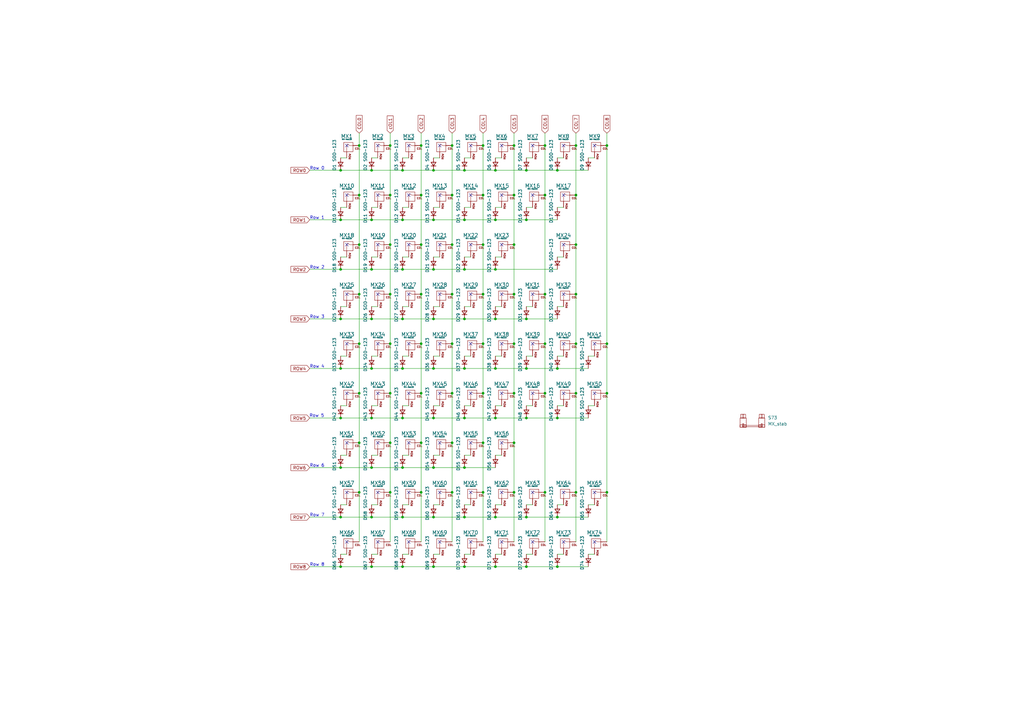
<source format=kicad_sch>
(kicad_sch (version 20211123) (generator eeschema)
  (paper "A3")
  (junction (at 139.7 212.09))
  (junction (at 228.6 151.13))
  (junction (at 236.22 100.33))
  (junction (at 215.9 171.45))
  (junction (at 165.1 130.81))
  (junction (at 198.12 120.65))
  (junction (at 177.8 69.85))
  (junction (at 139.7 151.13))
  (junction (at 152.4 191.77))
  (junction (at 236.22 120.65))
  (junction (at 223.52 140.97))
  (junction (at 185.42 59.69))
  (junction (at 185.42 201.93))
  (junction (at 203.2 212.09))
  (junction (at 223.52 59.69))
  (junction (at 215.9 130.81))
  (junction (at 203.2 90.17))
  (junction (at 198.12 80.01))
  (junction (at 223.52 161.29))
  (junction (at 198.12 100.33))
  (junction (at 147.32 181.61))
  (junction (at 165.1 90.17))
  (junction (at 198.12 59.69))
  (junction (at 147.32 201.93))
  (junction (at 228.6 171.45))
  (junction (at 152.4 69.85))
  (junction (at 248.92 59.69))
  (junction (at 139.7 110.49))
  (junction (at 165.1 232.41))
  (junction (at 165.1 151.13))
  (junction (at 165.1 110.49))
  (junction (at 203.2 130.81))
  (junction (at 172.72 59.69))
  (junction (at 152.4 151.13))
  (junction (at 165.1 191.77))
  (junction (at 139.7 69.85))
  (junction (at 160.02 140.97))
  (junction (at 160.02 201.93))
  (junction (at 160.02 100.33))
  (junction (at 139.7 232.41))
  (junction (at 203.2 171.45))
  (junction (at 236.22 161.29))
  (junction (at 172.72 100.33))
  (junction (at 172.72 181.61))
  (junction (at 215.9 232.41))
  (junction (at 210.82 120.65))
  (junction (at 172.72 120.65))
  (junction (at 160.02 181.61))
  (junction (at 190.5 191.77))
  (junction (at 236.22 80.01))
  (junction (at 210.82 161.29))
  (junction (at 190.5 69.85))
  (junction (at 177.8 110.49))
  (junction (at 190.5 232.41))
  (junction (at 210.82 59.69))
  (junction (at 185.42 161.29))
  (junction (at 203.2 151.13))
  (junction (at 139.7 191.77))
  (junction (at 172.72 80.01))
  (junction (at 248.92 140.97))
  (junction (at 160.02 59.69))
  (junction (at 152.4 110.49))
  (junction (at 203.2 232.41))
  (junction (at 165.1 212.09))
  (junction (at 210.82 140.97))
  (junction (at 139.7 90.17))
  (junction (at 198.12 181.61))
  (junction (at 177.8 191.77))
  (junction (at 198.12 140.97))
  (junction (at 139.7 130.81))
  (junction (at 203.2 110.49))
  (junction (at 215.9 69.85))
  (junction (at 190.5 151.13))
  (junction (at 210.82 201.93))
  (junction (at 165.1 171.45))
  (junction (at 152.4 130.81))
  (junction (at 165.1 69.85))
  (junction (at 177.8 232.41))
  (junction (at 147.32 161.29))
  (junction (at 203.2 69.85))
  (junction (at 139.7 171.45))
  (junction (at 147.32 120.65))
  (junction (at 160.02 161.29))
  (junction (at 236.22 140.97))
  (junction (at 152.4 90.17))
  (junction (at 228.6 232.41))
  (junction (at 185.42 120.65))
  (junction (at 210.82 181.61))
  (junction (at 177.8 130.81))
  (junction (at 147.32 80.01))
  (junction (at 223.52 201.93))
  (junction (at 147.32 59.69))
  (junction (at 236.22 59.69))
  (junction (at 160.02 120.65))
  (junction (at 198.12 161.29))
  (junction (at 215.9 90.17))
  (junction (at 198.12 201.93))
  (junction (at 152.4 171.45))
  (junction (at 177.8 212.09))
  (junction (at 248.92 201.93))
  (junction (at 147.32 100.33))
  (junction (at 185.42 80.01))
  (junction (at 172.72 201.93))
  (junction (at 177.8 90.17))
  (junction (at 210.82 80.01))
  (junction (at 190.5 130.81))
  (junction (at 228.6 69.85))
  (junction (at 147.32 140.97))
  (junction (at 172.72 140.97))
  (junction (at 228.6 212.09))
  (junction (at 223.52 120.65))
  (junction (at 248.92 161.29))
  (junction (at 185.42 140.97))
  (junction (at 185.42 100.33))
  (junction (at 152.4 212.09))
  (junction (at 190.5 110.49))
  (junction (at 190.5 90.17))
  (junction (at 177.8 171.45))
  (junction (at 215.9 212.09))
  (junction (at 152.4 232.41))
  (junction (at 215.9 151.13))
  (junction (at 236.22 201.93))
  (junction (at 223.52 80.01))
  (junction (at 172.72 161.29))
  (junction (at 160.02 80.01))
  (junction (at 185.42 181.61))
  (junction (at 210.82 100.33))
  (junction (at 190.5 212.09))
  (junction (at 177.8 151.13))
  (junction (at 190.5 171.45))
  (no_connect (at 205.74 80.01))
  (no_connect (at 243.84 140.97))
  (no_connect (at 167.64 201.93))
  (no_connect (at 154.94 100.33))
  (no_connect (at 167.64 222.25))
  (no_connect (at 231.14 120.65))
  (no_connect (at 231.14 59.69))
  (no_connect (at 167.64 140.97))
  (no_connect (at 180.34 181.61))
  (no_connect (at 180.34 80.01))
  (no_connect (at 142.24 120.65))
  (no_connect (at 193.04 59.69))
  (no_connect (at 231.14 201.93))
  (no_connect (at 231.14 80.01))
  (no_connect (at 167.64 120.65))
  (no_connect (at 205.74 222.25))
  (no_connect (at 205.74 59.69))
  (no_connect (at 180.34 120.65))
  (no_connect (at 243.84 222.25))
  (no_connect (at 205.74 140.97))
  (no_connect (at 154.94 80.01))
  (no_connect (at 193.04 201.93))
  (no_connect (at 218.44 222.25))
  (no_connect (at 180.34 100.33))
  (no_connect (at 180.34 59.69))
  (no_connect (at 167.64 80.01))
  (no_connect (at 218.44 59.69))
  (no_connect (at 154.94 201.93))
  (no_connect (at 154.94 59.69))
  (no_connect (at 231.14 100.33))
  (no_connect (at 180.34 161.29))
  (no_connect (at 167.64 100.33))
  (no_connect (at 231.14 140.97))
  (no_connect (at 142.24 80.01))
  (no_connect (at 193.04 161.29))
  (no_connect (at 180.34 201.93))
  (no_connect (at 142.24 59.69))
  (no_connect (at 205.74 161.29))
  (no_connect (at 218.44 80.01))
  (no_connect (at 205.74 181.61))
  (no_connect (at 193.04 100.33))
  (no_connect (at 180.34 140.97))
  (no_connect (at 167.64 181.61))
  (no_connect (at 193.04 80.01))
  (no_connect (at 142.24 140.97))
  (no_connect (at 218.44 120.65))
  (no_connect (at 193.04 140.97))
  (no_connect (at 243.84 161.29))
  (no_connect (at 154.94 222.25))
  (no_connect (at 142.24 161.29))
  (no_connect (at 154.94 181.61))
  (no_connect (at 142.24 201.93))
  (no_connect (at 205.74 120.65))
  (no_connect (at 167.64 59.69))
  (no_connect (at 231.14 222.25))
  (no_connect (at 142.24 100.33))
  (no_connect (at 142.24 222.25))
  (no_connect (at 154.94 140.97))
  (no_connect (at 218.44 161.29))
  (no_connect (at 193.04 222.25))
  (no_connect (at 231.14 161.29))
  (no_connect (at 142.24 181.61))
  (no_connect (at 205.74 100.33))
  (no_connect (at 218.44 201.93))
  (no_connect (at 167.64 161.29))
  (no_connect (at 205.74 201.93))
  (no_connect (at 193.04 181.61))
  (no_connect (at 243.84 59.69))
  (no_connect (at 180.34 222.25))
  (no_connect (at 193.04 120.65))
  (no_connect (at 154.94 161.29))
  (no_connect (at 243.84 201.93))
  (no_connect (at 218.44 140.97))
  (no_connect (at 154.94 120.65))
  (wire (pts (xy 139.7 90.17) (xy 152.4 90.17)))
  (wire (pts (xy 139.7 151.13) (xy 152.4 151.13)))
  (wire (pts (xy 236.22 100.33) (xy 236.22 120.65)))
  (wire (pts (xy 203.2 125.73) (xy 205.74 125.73)))
  (wire (pts (xy 152.4 125.73) (xy 154.94 125.73)))
  (wire (pts (xy 215.9 227.33) (xy 218.44 227.33)))
  (wire (pts (xy 248.92 161.29) (xy 248.92 201.93)))
  (wire (pts (xy 223.52 120.65) (xy 223.52 140.97)))
  (wire (pts (xy 177.8 110.49) (xy 190.5 110.49)))
  (wire (pts (xy 228.6 166.37) (xy 231.14 166.37)))
  (wire (pts (xy 228.6 227.33) (xy 231.14 227.33)))
  (wire (pts (xy 152.4 90.17) (xy 165.1 90.17)))
  (wire (pts (xy 215.9 232.41) (xy 228.6 232.41)))
  (wire (pts (xy 215.9 85.09) (xy 218.44 85.09)))
  (wire (pts (xy 190.5 125.73) (xy 193.04 125.73)))
  (wire (pts (xy 223.52 161.29) (xy 223.52 201.93)))
  (wire (pts (xy 198.12 54.61) (xy 198.12 59.69)))
  (wire (pts (xy 172.72 201.93) (xy 172.72 222.25)))
  (wire (pts (xy 248.92 54.61) (xy 248.92 59.69)))
  (wire (pts (xy 139.7 130.81) (xy 152.4 130.81)))
  (wire (pts (xy 127 171.45) (xy 139.7 171.45)))
  (wire (pts (xy 190.5 69.85) (xy 203.2 69.85)))
  (wire (pts (xy 165.1 186.69) (xy 167.64 186.69)))
  (wire (pts (xy 165.1 171.45) (xy 177.8 171.45)))
  (wire (pts (xy 190.5 191.77) (xy 203.2 191.77)))
  (wire (pts (xy 236.22 120.65) (xy 236.22 140.97)))
  (wire (pts (xy 177.8 186.69) (xy 180.34 186.69)))
  (wire (pts (xy 152.4 105.41) (xy 154.94 105.41)))
  (wire (pts (xy 203.2 64.77) (xy 205.74 64.77)))
  (wire (pts (xy 236.22 201.93) (xy 236.22 222.25)))
  (wire (pts (xy 165.1 64.77) (xy 167.64 64.77)))
  (wire (pts (xy 190.5 85.09) (xy 193.04 85.09)))
  (wire (pts (xy 203.2 90.17) (xy 215.9 90.17)))
  (wire (pts (xy 147.32 54.61) (xy 147.32 59.69)))
  (wire (pts (xy 190.5 171.45) (xy 203.2 171.45)))
  (wire (pts (xy 228.6 232.41) (xy 241.3 232.41)))
  (wire (pts (xy 152.4 85.09) (xy 154.94 85.09)))
  (wire (pts (xy 190.5 166.37) (xy 193.04 166.37)))
  (wire (pts (xy 198.12 140.97) (xy 198.12 161.29)))
  (wire (pts (xy 139.7 85.09) (xy 142.24 85.09)))
  (wire (pts (xy 210.82 161.29) (xy 210.82 181.61)))
  (wire (pts (xy 203.2 186.69) (xy 205.74 186.69)))
  (wire (pts (xy 147.32 201.93) (xy 147.32 222.25)))
  (wire (pts (xy 228.6 69.85) (xy 241.3 69.85)))
  (wire (pts (xy 215.9 125.73) (xy 218.44 125.73)))
  (wire (pts (xy 215.9 90.17) (xy 228.6 90.17)))
  (wire (pts (xy 185.42 140.97) (xy 185.42 161.29)))
  (wire (pts (xy 228.6 207.01) (xy 231.14 207.01)))
  (wire (pts (xy 236.22 54.61) (xy 236.22 59.69)))
  (wire (pts (xy 139.7 212.09) (xy 152.4 212.09)))
  (wire (pts (xy 160.02 140.97) (xy 160.02 161.29)))
  (wire (pts (xy 190.5 130.81) (xy 203.2 130.81)))
  (wire (pts (xy 177.8 146.05) (xy 180.34 146.05)))
  (wire (pts (xy 139.7 191.77) (xy 152.4 191.77)))
  (wire (pts (xy 190.5 110.49) (xy 203.2 110.49)))
  (wire (pts (xy 152.4 130.81) (xy 165.1 130.81)))
  (wire (pts (xy 152.4 212.09) (xy 165.1 212.09)))
  (wire (pts (xy 165.1 207.01) (xy 167.64 207.01)))
  (wire (pts (xy 160.02 161.29) (xy 160.02 181.61)))
  (wire (pts (xy 160.02 100.33) (xy 160.02 120.65)))
  (wire (pts (xy 127 151.13) (xy 139.7 151.13)))
  (wire (pts (xy 177.8 227.33) (xy 180.34 227.33)))
  (wire (pts (xy 190.5 232.41) (xy 203.2 232.41)))
  (wire (pts (xy 223.52 201.93) (xy 223.52 222.25)))
  (wire (pts (xy 203.2 207.01) (xy 205.74 207.01)))
  (wire (pts (xy 215.9 146.05) (xy 218.44 146.05)))
  (wire (pts (xy 248.92 59.69) (xy 248.92 140.97)))
  (wire (pts (xy 139.7 110.49) (xy 152.4 110.49)))
  (wire (pts (xy 160.02 59.69) (xy 160.02 80.01)))
  (wire (pts (xy 241.3 166.37) (xy 243.84 166.37)))
  (wire (pts (xy 152.4 146.05) (xy 154.94 146.05)))
  (wire (pts (xy 177.8 90.17) (xy 190.5 90.17)))
  (wire (pts (xy 210.82 100.33) (xy 210.82 120.65)))
  (wire (pts (xy 152.4 110.49) (xy 165.1 110.49)))
  (wire (pts (xy 165.1 69.85) (xy 177.8 69.85)))
  (wire (pts (xy 203.2 227.33) (xy 205.74 227.33)))
  (wire (pts (xy 215.9 166.37) (xy 218.44 166.37)))
  (wire (pts (xy 139.7 125.73) (xy 142.24 125.73)))
  (wire (pts (xy 223.52 80.01) (xy 223.52 120.65)))
  (wire (pts (xy 147.32 59.69) (xy 147.32 80.01)))
  (wire (pts (xy 177.8 125.73) (xy 180.34 125.73)))
  (wire (pts (xy 152.4 166.37) (xy 154.94 166.37)))
  (wire (pts (xy 198.12 201.93) (xy 198.12 222.25)))
  (wire (pts (xy 177.8 105.41) (xy 180.34 105.41)))
  (wire (pts (xy 172.72 181.61) (xy 172.72 201.93)))
  (wire (pts (xy 127 212.09) (xy 139.7 212.09)))
  (wire (pts (xy 152.4 186.69) (xy 154.94 186.69)))
  (wire (pts (xy 185.42 54.61) (xy 185.42 59.69)))
  (wire (pts (xy 165.1 130.81) (xy 177.8 130.81)))
  (wire (pts (xy 190.5 90.17) (xy 203.2 90.17)))
  (wire (pts (xy 147.32 80.01) (xy 147.32 100.33)))
  (wire (pts (xy 172.72 120.65) (xy 172.72 140.97)))
  (wire (pts (xy 139.7 227.33) (xy 142.24 227.33)))
  (wire (pts (xy 203.2 110.49) (xy 228.6 110.49)))
  (wire (pts (xy 172.72 54.61) (xy 172.72 59.69)))
  (wire (pts (xy 198.12 161.29) (xy 198.12 181.61)))
  (wire (pts (xy 127 130.81) (xy 139.7 130.81)))
  (wire (pts (xy 152.4 171.45) (xy 165.1 171.45)))
  (wire (pts (xy 127 69.85) (xy 139.7 69.85)))
  (wire (pts (xy 165.1 227.33) (xy 167.64 227.33)))
  (wire (pts (xy 185.42 161.29) (xy 185.42 181.61)))
  (wire (pts (xy 160.02 80.01) (xy 160.02 100.33)))
  (wire (pts (xy 127 110.49) (xy 139.7 110.49)))
  (wire (pts (xy 172.72 80.01) (xy 172.72 100.33)))
  (wire (pts (xy 127 90.17) (xy 139.7 90.17)))
  (wire (pts (xy 139.7 166.37) (xy 142.24 166.37)))
  (wire (pts (xy 190.5 207.01) (xy 193.04 207.01)))
  (wire (pts (xy 139.7 232.41) (xy 152.4 232.41)))
  (wire (pts (xy 165.1 166.37) (xy 167.64 166.37)))
  (wire (pts (xy 203.2 105.41) (xy 205.74 105.41)))
  (wire (pts (xy 147.32 120.65) (xy 147.32 140.97)))
  (wire (pts (xy 241.3 146.05) (xy 243.84 146.05)))
  (wire (pts (xy 210.82 181.61) (xy 210.82 201.93)))
  (wire (pts (xy 165.1 191.77) (xy 177.8 191.77)))
  (wire (pts (xy 215.9 171.45) (xy 228.6 171.45)))
  (wire (pts (xy 190.5 186.69) (xy 193.04 186.69)))
  (wire (pts (xy 236.22 161.29) (xy 236.22 201.93)))
  (wire (pts (xy 190.5 146.05) (xy 193.04 146.05)))
  (wire (pts (xy 248.92 140.97) (xy 248.92 161.29)))
  (wire (pts (xy 165.1 85.09) (xy 167.64 85.09)))
  (wire (pts (xy 203.2 212.09) (xy 215.9 212.09)))
  (wire (pts (xy 139.7 171.45) (xy 152.4 171.45)))
  (wire (pts (xy 185.42 120.65) (xy 185.42 140.97)))
  (wire (pts (xy 127 191.77) (xy 139.7 191.77)))
  (wire (pts (xy 165.1 212.09) (xy 177.8 212.09)))
  (wire (pts (xy 228.6 171.45) (xy 241.3 171.45)))
  (wire (pts (xy 203.2 85.09) (xy 205.74 85.09)))
  (wire (pts (xy 185.42 181.61) (xy 185.42 201.93)))
  (wire (pts (xy 177.8 166.37) (xy 180.34 166.37)))
  (wire (pts (xy 152.4 64.77) (xy 154.94 64.77)))
  (wire (pts (xy 139.7 186.69) (xy 142.24 186.69)))
  (wire (pts (xy 198.12 120.65) (xy 198.12 140.97)))
  (wire (pts (xy 198.12 59.69) (xy 198.12 80.01)))
  (wire (pts (xy 147.32 181.61) (xy 147.32 201.93)))
  (wire (pts (xy 215.9 130.81) (xy 228.6 130.81)))
  (wire (pts (xy 127 232.41) (xy 139.7 232.41)))
  (wire (pts (xy 190.5 105.41) (xy 193.04 105.41)))
  (wire (pts (xy 177.8 64.77) (xy 180.34 64.77)))
  (wire (pts (xy 177.8 85.09) (xy 180.34 85.09)))
  (wire (pts (xy 203.2 69.85) (xy 215.9 69.85)))
  (wire (pts (xy 203.2 146.05) (xy 205.74 146.05)))
  (wire (pts (xy 160.02 54.61) (xy 160.02 59.69)))
  (wire (pts (xy 198.12 100.33) (xy 198.12 120.65)))
  (wire (pts (xy 248.92 201.93) (xy 248.92 222.25)))
  (wire (pts (xy 203.2 130.81) (xy 215.9 130.81)))
  (wire (pts (xy 236.22 80.01) (xy 236.22 100.33)))
  (wire (pts (xy 160.02 120.65) (xy 160.02 140.97)))
  (wire (pts (xy 152.4 69.85) (xy 165.1 69.85)))
  (wire (pts (xy 228.6 64.77) (xy 231.14 64.77)))
  (wire (pts (xy 185.42 59.69) (xy 185.42 80.01)))
  (wire (pts (xy 228.6 125.73) (xy 231.14 125.73)))
  (wire (pts (xy 203.2 171.45) (xy 215.9 171.45)))
  (wire (pts (xy 160.02 181.61) (xy 160.02 201.93)))
  (wire (pts (xy 190.5 227.33) (xy 193.04 227.33)))
  (wire (pts (xy 172.72 161.29) (xy 172.72 181.61)))
  (wire (pts (xy 139.7 207.01) (xy 142.24 207.01)))
  (wire (pts (xy 210.82 54.61) (xy 210.82 59.69)))
  (wire (pts (xy 160.02 201.93) (xy 160.02 222.25)))
  (wire (pts (xy 215.9 69.85) (xy 228.6 69.85)))
  (wire (pts (xy 165.1 90.17) (xy 177.8 90.17)))
  (wire (pts (xy 165.1 105.41) (xy 167.64 105.41)))
  (wire (pts (xy 210.82 80.01) (xy 210.82 100.33)))
  (wire (pts (xy 190.5 64.77) (xy 193.04 64.77)))
  (wire (pts (xy 177.8 191.77) (xy 190.5 191.77)))
  (wire (pts (xy 203.2 166.37) (xy 205.74 166.37)))
  (wire (pts (xy 185.42 201.93) (xy 185.42 222.25)))
  (wire (pts (xy 210.82 140.97) (xy 210.82 161.29)))
  (wire (pts (xy 210.82 120.65) (xy 210.82 140.97)))
  (wire (pts (xy 165.1 146.05) (xy 167.64 146.05)))
  (wire (pts (xy 152.4 227.33) (xy 154.94 227.33)))
  (wire (pts (xy 210.82 201.93) (xy 210.82 222.25)))
  (wire (pts (xy 190.5 151.13) (xy 203.2 151.13)))
  (wire (pts (xy 177.8 130.81) (xy 190.5 130.81)))
  (wire (pts (xy 139.7 64.77) (xy 142.24 64.77)))
  (wire (pts (xy 152.4 207.01) (xy 154.94 207.01)))
  (wire (pts (xy 228.6 212.09) (xy 241.3 212.09)))
  (wire (pts (xy 139.7 69.85) (xy 152.4 69.85)))
  (wire (pts (xy 236.22 59.69) (xy 236.22 80.01)))
  (wire (pts (xy 165.1 110.49) (xy 177.8 110.49)))
  (wire (pts (xy 228.6 151.13) (xy 241.3 151.13)))
  (wire (pts (xy 165.1 232.41) (xy 177.8 232.41)))
  (wire (pts (xy 215.9 207.01) (xy 218.44 207.01)))
  (wire (pts (xy 165.1 151.13) (xy 177.8 151.13)))
  (wire (pts (xy 198.12 181.61) (xy 198.12 201.93)))
  (wire (pts (xy 215.9 212.09) (xy 228.6 212.09)))
  (wire (pts (xy 241.3 227.33) (xy 243.84 227.33)))
  (wire (pts (xy 198.12 80.01) (xy 198.12 100.33)))
  (wire (pts (xy 228.6 105.41) (xy 231.14 105.41)))
  (wire (pts (xy 147.32 161.29) (xy 147.32 181.61)))
  (wire (pts (xy 177.8 171.45) (xy 190.5 171.45)))
  (wire (pts (xy 223.52 59.69) (xy 223.52 80.01)))
  (wire (pts (xy 185.42 100.33) (xy 185.42 120.65)))
  (wire (pts (xy 228.6 85.09) (xy 231.14 85.09)))
  (wire (pts (xy 147.32 140.97) (xy 147.32 161.29)))
  (wire (pts (xy 185.42 80.01) (xy 185.42 100.33)))
  (wire (pts (xy 152.4 191.77) (xy 165.1 191.77)))
  (wire (pts (xy 215.9 151.13) (xy 228.6 151.13)))
  (wire (pts (xy 177.8 69.85) (xy 190.5 69.85)))
  (wire (pts (xy 139.7 105.41) (xy 142.24 105.41)))
  (wire (pts (xy 228.6 146.05) (xy 231.14 146.05)))
  (wire (pts (xy 236.22 140.97) (xy 236.22 161.29)))
  (wire (pts (xy 172.72 100.33) (xy 172.72 120.65)))
  (wire (pts (xy 190.5 212.09) (xy 203.2 212.09)))
  (wire (pts (xy 223.52 140.97) (xy 223.52 161.29)))
  (wire (pts (xy 165.1 125.73) (xy 167.64 125.73)))
  (wire (pts (xy 241.3 64.77) (xy 243.84 64.77)))
  (wire (pts (xy 177.8 232.41) (xy 190.5 232.41)))
  (wire (pts (xy 139.7 146.05) (xy 142.24 146.05)))
  (wire (pts (xy 203.2 151.13) (xy 215.9 151.13)))
  (wire (pts (xy 210.82 59.69) (xy 210.82 80.01)))
  (wire (pts (xy 177.8 151.13) (xy 190.5 151.13)))
  (wire (pts (xy 223.52 54.61) (xy 223.52 59.69)))
  (wire (pts (xy 152.4 151.13) (xy 165.1 151.13)))
  (wire (pts (xy 147.32 100.33) (xy 147.32 120.65)))
  (wire (pts (xy 203.2 232.41) (xy 215.9 232.41)))
  (wire (pts (xy 172.72 59.69) (xy 172.72 80.01)))
  (wire (pts (xy 177.8 212.09) (xy 190.5 212.09)))
  (wire (pts (xy 177.8 207.01) (xy 180.34 207.01)))
  (wire (pts (xy 241.3 207.01) (xy 243.84 207.01)))
  (wire (pts (xy 152.4 232.41) (xy 165.1 232.41)))
  (wire (pts (xy 215.9 64.77) (xy 218.44 64.77)))
  (wire (pts (xy 172.72 140.97) (xy 172.72 161.29)))
  (text "Row 8\n" (at 127 232.41 0) (effects (font (size 1.27 1.27)) (justify left bottom)))
  (text "Row 3\n" (at 127 130.81 0) (effects (font (size 1.27 1.27)) (justify left bottom)))
  (text "Row 4\n" (at 127 151.13 0) (effects (font (size 1.27 1.27)) (justify left bottom)))
  (text "Row 7\n" (at 127 212.09 0) (effects (font (size 1.27 1.27)) (justify left bottom)))
  (text "Row 5\n" (at 126.8662 171.3333 0) (effects (font (size 1.27 1.27)) (justify left bottom)))
  (text "Row 6\n" (at 127 191.77 0) (effects (font (size 1.27 1.27)) (justify left bottom)))
  (text "Row 1\n" (at 127 90.17 0) (effects (font (size 1.27 1.27)) (justify left bottom)))
  (text "Row 2\n" (at 127 110.49 0) (effects (font (size 1.27 1.27)) (justify left bottom)))
  (text "Row 0\n" (at 127 69.85 0) (effects (font (size 1.27 1.27)) (justify left bottom)))
  (global_label "ROW5" (shape input) (at 127 171.45 180) (property "Intersheet References" "${INTERSHEET_REFS}" (effects hide)))
  (global_label "COL3" (shape input) (at 185.42 54.61 90) (property "Intersheet References" "${INTERSHEET_REFS}" (effects hide)))
  (global_label "ROW1" (shape input) (at 127 90.17 180) (property "Intersheet References" "${INTERSHEET_REFS}" (effects hide)))
  (global_label "cOL1" (shape input) (at 160.02 54.61 90) (property "Intersheet References" "${INTERSHEET_REFS}" (effects hide)))
  (global_label "COL5" (shape input) (at 210.82 54.61 90) (property "Intersheet References" "${INTERSHEET_REFS}" (effects hide)))
  (global_label "ROW6" (shape input) (at 127 191.77 180) (property "Intersheet References" "${INTERSHEET_REFS}" (effects hide)))
  (global_label "ROW0" (shape input) (at 127 69.85 180) (property "Intersheet References" "${INTERSHEET_REFS}" (effects hide)))
  (global_label "COL2" (shape input) (at 172.72 54.61 90) (property "Intersheet References" "${INTERSHEET_REFS}" (effects hide)))
  (global_label "ROW2" (shape input) (at 127 110.49 180) (property "Intersheet References" "${INTERSHEET_REFS}" (effects hide)))
  (global_label "COL0" (shape input) (at 147.32 54.61 90) (property "Intersheet References" "${INTERSHEET_REFS}" (effects hide)))
  (global_label "COL8" (shape input) (at 248.92 54.61 90) (property "Intersheet References" "${INTERSHEET_REFS}" (effects hide)))
  (global_label "COL7" (shape input) (at 236.22 54.61 90) (property "Intersheet References" "${INTERSHEET_REFS}" (effects hide)))
  (global_label "ROW7" (shape input) (at 127 212.09 180) (property "Intersheet References" "${INTERSHEET_REFS}" (effects hide)))
  (global_label "ROW3" (shape input) (at 127 130.81 180) (property "Intersheet References" "${INTERSHEET_REFS}" (effects hide)))
  (global_label "ROW4" (shape input) (at 127 151.13 180) (property "Intersheet References" "${INTERSHEET_REFS}" (effects hide)))
  (global_label "COL6" (shape input) (at 223.52 54.61 90) (property "Intersheet References" "${INTERSHEET_REFS}" (effects hide)))
  (global_label "ROW8" (shape input) (at 127 232.41 180) (property "Intersheet References" "${INTERSHEET_REFS}" (effects hide)))
  (global_label "COL4" (shape input) (at 198.12 54.61 90) (property "Intersheet References" "${INTERSHEET_REFS}" (effects hide)))
  (symbol (lib_id "marbastlib-mx:MX_stab") (at 308.61 172.72 0) (unit 1)
    (property "Reference" "S73" (at 314.96 171.3229 0) (effects (justify left)))
    (property "Value" "MX_stab" (at 314.96 173.8629 0) (effects (justify left)))
    (property "Footprint" "marbastlib-mx:STAB_MX_2u" (effects hide))
  )
  (symbol (lib_id "Device:D_Small") (at 190.5 128.27 90) (unit 1)
    (property "Reference" "D29" (at 187.96 128.27 0) (effects (justify right)))
    (property "Value" "SOD-123" (at 187.96 118.11 0) (effects (justify right)))
    (property "Footprint" "Diode_SMD:D_SOD-123" (effects hide))
  )
  (symbol (lib_id "Device:D_Small") (at 152.4 128.27 90) (unit 1)
    (property "Reference" "D26" (at 149.86 128.27 0) (effects (justify right)))
    (property "Value" "SOD-123" (at 149.86 118.11 0) (effects (justify right)))
    (property "Footprint" "Diode_SMD:D_SOD-123" (effects hide))
  )
  (symbol (lib_id "MX_Alps_Hybrid:MX-NoLED") (at 245.11 142.24 0) (unit 1)
    (property "Reference" "MX41" (at 243.84 137.16 0) (effects (font (size 1.524 1.524))))
    (property "Value" "MX-NoLED" (at 243.84 138.43 0) (effects (font (size 0.508 0.508))))
    (property "Footprint" "marbastlib-mx:SW_MX_HS_1u" (effects hide))
  )
  (symbol (lib_id "Device:D_Small") (at 152.4 229.87 90) (unit 1)
    (property "Reference" "D67" (at 149.86 229.87 0) (effects (justify right)))
    (property "Value" "SOD-123" (at 149.86 219.71 0) (effects (justify right)))
    (property "Footprint" "Diode_SMD:D_SOD-123" (effects hide))
  )
  (symbol (lib_id "MX_Alps_Hybrid:MX-NoLED") (at 219.71 60.96 0) (unit 1)
    (property "Reference" "MX7" (at 218.44 55.88 0) (effects (font (size 1.524 1.524))))
    (property "Value" "MX-NoLED" (at 218.44 57.15 0) (effects (font (size 0.508 0.508))))
    (property "Footprint" "marbastlib-mx:SW_MX_HS_1u" (effects hide))
  )
  (symbol (lib_id "Device:D_Small") (at 241.3 229.87 90) (unit 1)
    (property "Reference" "D74" (at 238.76 229.87 0) (effects (justify right)))
    (property "Value" "SOD-123" (at 238.76 219.71 0) (effects (justify right)))
    (property "Footprint" "Diode_SMD:D_SOD-123" (effects hide))
  )
  (symbol (lib_id "Device:D_Small") (at 177.8 229.87 90) (unit 1)
    (property "Reference" "D69" (at 175.26 229.87 0) (effects (justify right)))
    (property "Value" "SOD-123" (at 175.26 219.71 0) (effects (justify right)))
    (property "Footprint" "Diode_SMD:D_SOD-123" (effects hide))
  )
  (symbol (lib_id "MX_Alps_Hybrid:MX-NoLED") (at 143.51 121.92 0) (unit 1)
    (property "Reference" "MX25" (at 142.24 116.84 0) (effects (font (size 1.524 1.524))))
    (property "Value" "MX-NoLED" (at 142.24 118.11 0) (effects (font (size 0.508 0.508))))
    (property "Footprint" "marbastlib-mx:SW_MX_HS_1u" (effects hide))
  )
  (symbol (lib_id "Device:D_Small") (at 165.1 128.27 90) (unit 1)
    (property "Reference" "D27" (at 162.56 128.27 0) (effects (justify right)))
    (property "Value" "SOD-123" (at 162.56 118.11 0) (effects (justify right)))
    (property "Footprint" "Diode_SMD:D_SOD-123" (effects hide))
  )
  (symbol (lib_id "Device:D_Small") (at 241.3 148.59 90) (unit 1)
    (property "Reference" "D41" (at 238.76 148.59 0) (effects (justify right)))
    (property "Value" "SOD-123" (at 238.76 138.43 0) (effects (justify right)))
    (property "Footprint" "Diode_SMD:D_SOD-123" (effects hide))
  )
  (symbol (lib_id "MX_Alps_Hybrid:MX-NoLED") (at 181.61 101.6 0) (unit 1)
    (property "Reference" "MX21" (at 180.34 96.52 0) (effects (font (size 1.524 1.524))))
    (property "Value" "MX-NoLED" (at 180.34 97.79 0) (effects (font (size 0.508 0.508))))
    (property "Footprint" "marbastlib-mx:SW_MX_HS_1u" (effects hide))
  )
  (symbol (lib_id "Device:D_Small") (at 190.5 87.63 90) (unit 1)
    (property "Reference" "D14" (at 187.96 87.63 0) (effects (justify right)))
    (property "Value" "SOD-123" (at 187.96 77.47 0) (effects (justify right)))
    (property "Footprint" "Diode_SMD:D_SOD-123" (effects hide))
  )
  (symbol (lib_id "Device:D_Small") (at 165.1 148.59 90) (unit 1)
    (property "Reference" "D35" (at 162.56 148.59 0) (effects (justify right)))
    (property "Value" "SOD-123" (at 162.56 138.43 0) (effects (justify right)))
    (property "Footprint" "Diode_SMD:D_SOD-123" (effects hide))
  )
  (symbol (lib_id "Device:D_Small") (at 165.1 229.87 90) (unit 1)
    (property "Reference" "D68" (at 162.56 229.87 0) (effects (justify right)))
    (property "Value" "SOD-123" (at 162.56 219.71 0) (effects (justify right)))
    (property "Footprint" "Diode_SMD:D_SOD-123" (effects hide))
  )
  (symbol (lib_id "Device:D_Small") (at 190.5 107.95 90) (unit 1)
    (property "Reference" "D22" (at 187.96 107.95 0) (effects (justify right)))
    (property "Value" "SOD-123" (at 187.96 97.79 0) (effects (justify right)))
    (property "Footprint" "Diode_SMD:D_SOD-123" (effects hide))
  )
  (symbol (lib_id "MX_Alps_Hybrid:MX-NoLED") (at 181.61 142.24 0) (unit 1)
    (property "Reference" "MX36" (at 180.34 137.16 0) (effects (font (size 1.524 1.524))))
    (property "Value" "MX-NoLED" (at 180.34 138.43 0) (effects (font (size 0.508 0.508))))
    (property "Footprint" "marbastlib-mx:SW_MX_HS_1u" (effects hide))
  )
  (symbol (lib_id "Device:D_Small") (at 152.4 67.31 90) (unit 1)
    (property "Reference" "D2" (at 149.86 67.31 0) (effects (justify right)))
    (property "Value" "SOD-123" (at 149.86 57.15 0) (effects (justify right)))
    (property "Footprint" "Diode_SMD:D_SOD-123" (effects hide))
  )
  (symbol (lib_id "MX_Alps_Hybrid:MX-NoLED") (at 194.31 223.52 0) (unit 1)
    (property "Reference" "MX70" (at 193.04 218.44 0) (effects (font (size 1.524 1.524))))
    (property "Value" "MX-NoLED" (at 193.04 219.71 0) (effects (font (size 0.508 0.508))))
    (property "Footprint" "marbastlib-mx:SW_MX_HS_1u" (effects hide))
  )
  (symbol (lib_id "Device:D_Small") (at 203.2 209.55 90) (unit 1)
    (property "Reference" "D62" (at 200.66 209.55 0) (effects (justify right)))
    (property "Value" "SOD-123" (at 200.66 199.39 0) (effects (justify right)))
    (property "Footprint" "Diode_SMD:D_SOD-123" (effects hide))
  )
  (symbol (lib_id "Device:D_Small") (at 203.2 107.95 90) (unit 1)
    (property "Reference" "D23" (at 200.66 107.95 0) (effects (justify right)))
    (property "Value" "SOD-123" (at 200.66 97.79 0) (effects (justify right)))
    (property "Footprint" "Diode_SMD:D_SOD-123" (effects hide))
  )
  (symbol (lib_id "Device:D_Small") (at 139.7 107.95 90) (unit 1)
    (property "Reference" "D18" (at 137.16 107.95 0) (effects (justify right)))
    (property "Value" "SOD-123" (at 137.16 97.79 0) (effects (justify right)))
    (property "Footprint" "Diode_SMD:D_SOD-123" (effects hide))
  )
  (symbol (lib_id "MX_Alps_Hybrid:MX-NoLED") (at 143.51 101.6 0) (unit 1)
    (property "Reference" "MX18" (at 142.24 96.52 0) (effects (font (size 1.524 1.524))))
    (property "Value" "MX-NoLED" (at 142.24 97.79 0) (effects (font (size 0.508 0.508))))
    (property "Footprint" "marbastlib-mx:SW_MX_HS_1u" (effects hide))
  )
  (symbol (lib_id "MX_Alps_Hybrid:MX-NoLED") (at 245.11 162.56 0) (unit 1)
    (property "Reference" "MX50" (at 243.84 157.48 0) (effects (font (size 1.524 1.524))))
    (property "Value" "MX-NoLED" (at 243.84 158.75 0) (effects (font (size 0.508 0.508))))
    (property "Footprint" "marbastlib-mx:SW_MX_HS_1u" (effects hide))
  )
  (symbol (lib_id "MX_Alps_Hybrid:MX-NoLED") (at 181.61 162.56 0) (unit 1)
    (property "Reference" "MX45" (at 180.34 157.48 0) (effects (font (size 1.524 1.524))))
    (property "Value" "MX-NoLED" (at 180.34 158.75 0) (effects (font (size 0.508 0.508))))
    (property "Footprint" "marbastlib-mx:SW_MX_HS_1u" (effects hide))
  )
  (symbol (lib_id "MX_Alps_Hybrid:MX-NoLED") (at 156.21 162.56 0) (unit 1)
    (property "Reference" "MX43" (at 154.94 157.48 0) (effects (font (size 1.524 1.524))))
    (property "Value" "MX-NoLED" (at 154.94 158.75 0) (effects (font (size 0.508 0.508))))
    (property "Footprint" "marbastlib-mx:SW_MX_HS_1u" (effects hide))
  )
  (symbol (lib_id "MX_Alps_Hybrid:MX-NoLED") (at 168.91 121.92 0) (unit 1)
    (property "Reference" "MX27" (at 167.64 116.84 0) (effects (font (size 1.524 1.524))))
    (property "Value" "MX-NoLED" (at 167.64 118.11 0) (effects (font (size 0.508 0.508))))
    (property "Footprint" "marbastlib-mx:SW_MX_HS_1u" (effects hide))
  )
  (symbol (lib_id "MX_Alps_Hybrid:MX-NoLED") (at 232.41 203.2 0) (unit 1)
    (property "Reference" "MX64" (at 231.14 198.12 0) (effects (font (size 1.524 1.524))))
    (property "Value" "MX-NoLED" (at 231.14 199.39 0) (effects (font (size 0.508 0.508))))
    (property "Footprint" "marbastlib-mx:SW_MX_HS_1u" (effects hide))
  )
  (symbol (lib_id "MX_Alps_Hybrid:MX-NoLED") (at 143.51 182.88 0) (unit 1)
    (property "Reference" "MX51" (at 142.24 177.8 0) (effects (font (size 1.524 1.524))))
    (property "Value" "MX-NoLED" (at 142.24 179.07 0) (effects (font (size 0.508 0.508))))
    (property "Footprint" "marbastlib-mx:SW_MX_HS_1u" (effects hide))
  )
  (symbol (lib_id "MX_Alps_Hybrid:MX-NoLED") (at 156.21 182.88 0) (unit 1)
    (property "Reference" "MX52" (at 154.94 177.8 0) (effects (font (size 1.524 1.524))))
    (property "Value" "MX-NoLED" (at 154.94 179.07 0) (effects (font (size 0.508 0.508))))
    (property "Footprint" "marbastlib-mx:SW_MX_HS_1u" (effects hide))
  )
  (symbol (lib_id "Device:D_Small") (at 203.2 67.31 90) (unit 1)
    (property "Reference" "D6" (at 200.66 67.31 0) (effects (justify right)))
    (property "Value" "SOD-123" (at 200.66 57.15 0) (effects (justify right)))
    (property "Footprint" "Diode_SMD:D_SOD-123" (effects hide))
  )
  (symbol (lib_id "Device:D_Small") (at 165.1 209.55 90) (unit 1)
    (property "Reference" "D59" (at 162.56 209.55 0) (effects (justify right)))
    (property "Value" "SOD-123" (at 162.56 199.39 0) (effects (justify right)))
    (property "Footprint" "Diode_SMD:D_SOD-123" (effects hide))
  )
  (symbol (lib_id "MX_Alps_Hybrid:MX-NoLED") (at 156.21 81.28 0) (unit 1)
    (property "Reference" "MX11" (at 154.94 76.2 0) (effects (font (size 1.524 1.524))))
    (property "Value" "MX-NoLED" (at 154.94 77.47 0) (effects (font (size 0.508 0.508))))
    (property "Footprint" "marbastlib-mx:SW_MX_HS_1u" (effects hide))
  )
  (symbol (lib_id "MX_Alps_Hybrid:MX-NoLED") (at 143.51 142.24 0) (unit 1)
    (property "Reference" "MX33" (at 142.24 137.16 0) (effects (font (size 1.524 1.524))))
    (property "Value" "MX-NoLED" (at 142.24 138.43 0) (effects (font (size 0.508 0.508))))
    (property "Footprint" "marbastlib-mx:SW_MX_HS_1u" (effects hide))
  )
  (symbol (lib_id "Device:D_Small") (at 177.8 67.31 90) (unit 1)
    (property "Reference" "D4" (at 175.26 67.31 0) (effects (justify right)))
    (property "Value" "SOD-123" (at 175.26 57.15 0) (effects (justify right)))
    (property "Footprint" "Diode_SMD:D_SOD-123" (effects hide))
  )
  (symbol (lib_id "MX_Alps_Hybrid:MX-NoLED") (at 219.71 142.24 0) (unit 1)
    (property "Reference" "MX39" (at 218.44 137.16 0) (effects (font (size 1.524 1.524))))
    (property "Value" "MX-NoLED" (at 218.44 138.43 0) (effects (font (size 0.508 0.508))))
    (property "Footprint" "marbastlib-mx:SW_MX_HS_1u" (effects hide))
  )
  (symbol (lib_id "Device:D_Small") (at 190.5 67.31 90) (unit 1)
    (property "Reference" "D5" (at 187.96 67.31 0) (effects (justify right)))
    (property "Value" "SOD-123" (at 187.96 57.15 0) (effects (justify right)))
    (property "Footprint" "Diode_SMD:D_SOD-123" (effects hide))
  )
  (symbol (lib_id "MX_Alps_Hybrid:MX-NoLED") (at 194.31 182.88 0) (unit 1)
    (property "Reference" "MX55" (at 193.04 177.8 0) (effects (font (size 1.524 1.524))))
    (property "Value" "MX-NoLED" (at 193.04 179.07 0) (effects (font (size 0.508 0.508))))
    (property "Footprint" "marbastlib-mx:SW_MX_HS_1u" (effects hide))
  )
  (symbol (lib_id "MX_Alps_Hybrid:MX-NoLED") (at 168.91 142.24 0) (unit 1)
    (property "Reference" "MX35" (at 167.64 137.16 0) (effects (font (size 1.524 1.524))))
    (property "Value" "MX-NoLED" (at 167.64 138.43 0) (effects (font (size 0.508 0.508))))
    (property "Footprint" "marbastlib-mx:SW_MX_HS_1u" (effects hide))
  )
  (symbol (lib_id "MX_Alps_Hybrid:MX-NoLED") (at 194.31 203.2 0) (unit 1)
    (property "Reference" "MX61" (at 193.04 198.12 0) (effects (font (size 1.524 1.524))))
    (property "Value" "MX-NoLED" (at 193.04 199.39 0) (effects (font (size 0.508 0.508))))
    (property "Footprint" "marbastlib-mx:SW_MX_HS_1u" (effects hide))
  )
  (symbol (lib_id "Device:D_Small") (at 215.9 87.63 90) (unit 1)
    (property "Reference" "D16" (at 213.36 87.63 0) (effects (justify right)))
    (property "Value" "SOD-123" (at 213.36 77.47 0) (effects (justify right)))
    (property "Footprint" "Diode_SMD:D_SOD-123" (effects hide))
  )
  (symbol (lib_id "MX_Alps_Hybrid:MX-NoLED") (at 219.71 223.52 0) (unit 1)
    (property "Reference" "MX72" (at 218.44 218.44 0) (effects (font (size 1.524 1.524))))
    (property "Value" "MX-NoLED" (at 218.44 219.71 0) (effects (font (size 0.508 0.508))))
    (property "Footprint" "marbastlib-mx:SW_MX_HS_1u" (effects hide))
  )
  (symbol (lib_id "MX_Alps_Hybrid:MX-NoLED") (at 219.71 162.56 0) (unit 1)
    (property "Reference" "MX48" (at 218.44 157.48 0) (effects (font (size 1.524 1.524))))
    (property "Value" "MX-NoLED" (at 218.44 158.75 0) (effects (font (size 0.508 0.508))))
    (property "Footprint" "marbastlib-mx:SW_MX_HS_1u" (effects hide))
  )
  (symbol (lib_id "Device:D_Small") (at 139.7 148.59 90) (unit 1)
    (property "Reference" "D33" (at 137.16 148.59 0) (effects (justify right)))
    (property "Value" "SOD-123" (at 137.16 138.43 0) (effects (justify right)))
    (property "Footprint" "Diode_SMD:D_SOD-123" (effects hide))
  )
  (symbol (lib_id "Device:D_Small") (at 228.6 229.87 90) (unit 1)
    (property "Reference" "D73" (at 226.06 229.87 0) (effects (justify right)))
    (property "Value" "SOD-123" (at 226.06 219.71 0) (effects (justify right)))
    (property "Footprint" "Diode_SMD:D_SOD-123" (effects hide))
  )
  (symbol (lib_id "Device:D_Small") (at 165.1 87.63 90) (unit 1)
    (property "Reference" "D12" (at 162.56 87.63 0) (effects (justify right)))
    (property "Value" "SOD-123" (at 162.56 77.47 0) (effects (justify right)))
    (property "Footprint" "Diode_SMD:D_SOD-123" (effects hide))
  )
  (symbol (lib_id "MX_Alps_Hybrid:MX-NoLED") (at 194.31 142.24 0) (unit 1)
    (property "Reference" "MX37" (at 193.04 137.16 0) (effects (font (size 1.524 1.524))))
    (property "Value" "MX-NoLED" (at 193.04 138.43 0) (effects (font (size 0.508 0.508))))
    (property "Footprint" "marbastlib-mx:SW_MX_HS_1u" (effects hide))
  )
  (symbol (lib_id "Device:D_Small") (at 203.2 229.87 90) (unit 1)
    (property "Reference" "D71" (at 200.66 229.87 0) (effects (justify right)))
    (property "Value" "SOD-123" (at 200.66 219.71 0) (effects (justify right)))
    (property "Footprint" "Diode_SMD:D_SOD-123" (effects hide))
  )
  (symbol (lib_id "MX_Alps_Hybrid:MX-NoLED") (at 219.71 121.92 0) (unit 1)
    (property "Reference" "MX31" (at 218.44 116.84 0) (effects (font (size 1.524 1.524))))
    (property "Value" "MX-NoLED" (at 218.44 118.11 0) (effects (font (size 0.508 0.508))))
    (property "Footprint" "marbastlib-mx:SW_MX_HS_1u" (effects hide))
  )
  (symbol (lib_id "Device:D_Small") (at 215.9 67.31 90) (unit 1)
    (property "Reference" "D7" (at 213.36 67.31 0) (effects (justify right)))
    (property "Value" "SOD-123" (at 213.36 57.15 0) (effects (justify right)))
    (property "Footprint" "Diode_SMD:D_SOD-123" (effects hide))
  )
  (symbol (lib_id "MX_Alps_Hybrid:MX-NoLED") (at 143.51 60.96 0) (unit 1)
    (property "Reference" "MX1" (at 142.24 55.88 0) (effects (font (size 1.524 1.524))))
    (property "Value" "MX-NoLED" (at 142.24 57.15 0) (effects (font (size 0.508 0.508))))
    (property "Footprint" "marbastlib-mx:SW_MX_HS_1u" (effects hide))
  )
  (symbol (lib_id "Device:D_Small") (at 177.8 128.27 90) (unit 1)
    (property "Reference" "D28" (at 175.26 128.27 0) (effects (justify right)))
    (property "Value" "SOD-123" (at 175.26 118.11 0) (effects (justify right)))
    (property "Footprint" "Diode_SMD:D_SOD-123" (effects hide))
  )
  (symbol (lib_id "Device:D_Small") (at 190.5 148.59 90) (unit 1)
    (property "Reference" "D37" (at 187.96 148.59 0) (effects (justify right)))
    (property "Value" "SOD-123" (at 187.96 138.43 0) (effects (justify right)))
    (property "Footprint" "Diode_SMD:D_SOD-123" (effects hide))
  )
  (symbol (lib_id "Device:D_Small") (at 241.3 209.55 90) (unit 1)
    (property "Reference" "D65" (at 238.76 209.55 0) (effects (justify right)))
    (property "Value" "SOD-123" (at 238.76 199.39 0) (effects (justify right)))
    (property "Footprint" "Diode_SMD:D_SOD-123" (effects hide))
  )
  (symbol (lib_id "MX_Alps_Hybrid:MX-NoLED") (at 232.41 223.52 0) (unit 1)
    (property "Reference" "MX73" (at 231.14 218.44 0) (effects (font (size 1.524 1.524))))
    (property "Value" "MX-NoLED" (at 231.14 219.71 0) (effects (font (size 0.508 0.508))))
    (property "Footprint" "marbastlib-mx:SW_MX_HS_1u" (effects hide))
  )
  (symbol (lib_id "MX_Alps_Hybrid:MX-NoLED") (at 194.31 81.28 0) (unit 1)
    (property "Reference" "MX14" (at 193.04 76.2 0) (effects (font (size 1.524 1.524))))
    (property "Value" "MX-NoLED" (at 193.04 77.47 0) (effects (font (size 0.508 0.508))))
    (property "Footprint" "marbastlib-mx:SW_MX_HS_1u" (effects hide))
  )
  (symbol (lib_id "MX_Alps_Hybrid:MX-NoLED") (at 219.71 81.28 0) (unit 1)
    (property "Reference" "MX16" (at 218.44 76.2 0) (effects (font (size 1.524 1.524))))
    (property "Value" "MX-NoLED" (at 218.44 77.47 0) (effects (font (size 0.508 0.508))))
    (property "Footprint" "marbastlib-mx:SW_MX_HS_1u" (effects hide))
  )
  (symbol (lib_id "Device:D_Small") (at 228.6 168.91 90) (unit 1)
    (property "Reference" "D49" (at 226.06 168.91 0) (effects (justify right)))
    (property "Value" "SOD-123" (at 226.06 158.75 0) (effects (justify right)))
    (property "Footprint" "Diode_SMD:D_SOD-123" (effects hide))
  )
  (symbol (lib_id "Device:D_Small") (at 228.6 87.63 90) (unit 1)
    (property "Reference" "D17" (at 226.06 87.63 0) (effects (justify right)))
    (property "Value" "SOD-123" (at 226.06 77.47 0) (effects (justify right)))
    (property "Footprint" "Diode_SMD:D_SOD-123" (effects hide))
  )
  (symbol (lib_id "Device:D_Small") (at 215.9 168.91 90) (unit 1)
    (property "Reference" "D48" (at 213.36 168.91 0) (effects (justify right)))
    (property "Value" "SOD-123" (at 213.36 158.75 0) (effects (justify right)))
    (property "Footprint" "Diode_SMD:D_SOD-123" (effects hide))
  )
  (symbol (lib_id "MX_Alps_Hybrid:MX-NoLED") (at 168.91 60.96 0) (unit 1)
    (property "Reference" "MX3" (at 167.64 55.88 0) (effects (font (size 1.524 1.524))))
    (property "Value" "MX-NoLED" (at 167.64 57.15 0) (effects (font (size 0.508 0.508))))
    (property "Footprint" "marbastlib-mx:SW_MX_HS_1u" (effects hide))
  )
  (symbol (lib_id "MX_Alps_Hybrid:MX-NoLED") (at 156.21 60.96 0) (unit 1)
    (property "Reference" "MX2" (at 154.94 55.88 0) (effects (font (size 1.524 1.524))))
    (property "Value" "MX-NoLED" (at 154.94 57.15 0) (effects (font (size 0.508 0.508))))
    (property "Footprint" "marbastlib-mx:SW_MX_HS_1u" (effects hide))
  )
  (symbol (lib_id "Device:D_Small") (at 215.9 128.27 90) (unit 1)
    (property "Reference" "D31" (at 213.36 128.27 0) (effects (justify right)))
    (property "Value" "SOD-123" (at 213.36 118.11 0) (effects (justify right)))
    (property "Footprint" "Diode_SMD:D_SOD-123" (effects hide))
  )
  (symbol (lib_id "MX_Alps_Hybrid:MX-NoLED") (at 207.01 223.52 0) (unit 1)
    (property "Reference" "MX71" (at 205.74 218.44 0) (effects (font (size 1.524 1.524))))
    (property "Value" "MX-NoLED" (at 205.74 219.71 0) (effects (font (size 0.508 0.508))))
    (property "Footprint" "marbastlib-mx:SW_MX_HS_1u" (effects hide))
  )
  (symbol (lib_id "MX_Alps_Hybrid:MX-NoLED") (at 181.61 203.2 0) (unit 1)
    (property "Reference" "MX60" (at 180.34 198.12 0) (effects (font (size 1.524 1.524))))
    (property "Value" "MX-NoLED" (at 180.34 199.39 0) (effects (font (size 0.508 0.508))))
    (property "Footprint" "marbastlib-mx:SW_MX_HS_1u" (effects hide))
  )
  (symbol (lib_id "MX_Alps_Hybrid:MX-NoLED") (at 143.51 162.56 0) (unit 1)
    (property "Reference" "MX42" (at 142.24 157.48 0) (effects (font (size 1.524 1.524))))
    (property "Value" "MX-NoLED" (at 142.24 158.75 0) (effects (font (size 0.508 0.508))))
    (property "Footprint" "marbastlib-mx:SW_MX_HS_1u" (effects hide))
  )
  (symbol (lib_id "MX_Alps_Hybrid:MX-NoLED") (at 232.41 142.24 0) (unit 1)
    (property "Reference" "MX40" (at 231.14 137.16 0) (effects (font (size 1.524 1.524))))
    (property "Value" "MX-NoLED" (at 231.14 138.43 0) (effects (font (size 0.508 0.508))))
    (property "Footprint" "marbastlib-mx:SW_MX_HS_1u" (effects hide))
  )
  (symbol (lib_id "Device:D_Small") (at 152.4 168.91 90) (unit 1)
    (property "Reference" "D43" (at 149.86 168.91 0) (effects (justify right)))
    (property "Value" "SOD-123" (at 149.86 158.75 0) (effects (justify right)))
    (property "Footprint" "Diode_SMD:D_SOD-123" (effects hide))
  )
  (symbol (lib_id "MX_Alps_Hybrid:MX-NoLED") (at 181.61 60.96 0) (unit 1)
    (property "Reference" "MX4" (at 180.34 55.88 0) (effects (font (size 1.524 1.524))))
    (property "Value" "MX-NoLED" (at 180.34 57.15 0) (effects (font (size 0.508 0.508))))
    (property "Footprint" "marbastlib-mx:SW_MX_HS_1u" (effects hide))
  )
  (symbol (lib_id "Device:D_Small") (at 241.3 67.31 90) (unit 1)
    (property "Reference" "D9" (at 238.76 67.31 0) (effects (justify right)))
    (property "Value" "SOD-123" (at 238.76 57.15 0) (effects (justify right)))
    (property "Footprint" "Diode_SMD:D_SOD-123" (effects hide))
  )
  (symbol (lib_id "Device:D_Small") (at 139.7 189.23 90) (unit 1)
    (property "Reference" "D51" (at 137.16 189.23 0) (effects (justify right)))
    (property "Value" "SOD-123" (at 137.16 179.07 0) (effects (justify right)))
    (property "Footprint" "Diode_SMD:D_SOD-123" (effects hide))
  )
  (symbol (lib_id "MX_Alps_Hybrid:MX-NoLED") (at 232.41 101.6 0) (unit 1)
    (property "Reference" "MX24" (at 231.14 96.52 0) (effects (font (size 1.524 1.524))))
    (property "Value" "MX-NoLED" (at 231.14 97.79 0) (effects (font (size 0.508 0.508))))
    (property "Footprint" "marbastlib-mx:SW_MX_HS_1u" (effects hide))
  )
  (symbol (lib_id "Device:D_Small") (at 203.2 148.59 90) (unit 1)
    (property "Reference" "D38" (at 200.66 148.59 0) (effects (justify right)))
    (property "Value" "SOD-123" (at 200.66 138.43 0) (effects (justify right)))
    (property "Footprint" "Diode_SMD:D_SOD-123" (effects hide))
  )
  (symbol (lib_id "MX_Alps_Hybrid:MX-NoLED") (at 232.41 60.96 0) (unit 1)
    (property "Reference" "MX8" (at 231.14 55.88 0) (effects (font (size 1.524 1.524))))
    (property "Value" "MX-NoLED" (at 231.14 57.15 0) (effects (font (size 0.508 0.508))))
    (property "Footprint" "marbastlib-mx:SW_MX_HS_1u" (effects hide))
  )
  (symbol (lib_id "Device:D_Small") (at 228.6 107.95 90) (unit 1)
    (property "Reference" "D24" (at 226.06 107.95 0) (effects (justify right)))
    (property "Value" "SOD-123" (at 226.06 97.79 0) (effects (justify right)))
    (property "Footprint" "Diode_SMD:D_SOD-123" (effects hide))
  )
  (symbol (lib_id "MX_Alps_Hybrid:MX-NoLED") (at 143.51 81.28 0) (unit 1)
    (property "Reference" "MX10" (at 142.24 76.2 0) (effects (font (size 1.524 1.524))))
    (property "Value" "MX-NoLED" (at 142.24 77.47 0) (effects (font (size 0.508 0.508))))
    (property "Footprint" "marbastlib-mx:SW_MX_HS_1u" (effects hide))
  )
  (symbol (lib_id "MX_Alps_Hybrid:MX-NoLED") (at 219.71 203.2 0) (unit 1)
    (property "Reference" "MX63" (at 218.44 198.12 0) (effects (font (size 1.524 1.524))))
    (property "Value" "MX-NoLED" (at 218.44 199.39 0) (effects (font (size 0.508 0.508))))
    (property "Footprint" "marbastlib-mx:SW_MX_HS_1u" (effects hide))
  )
  (symbol (lib_id "Device:D_Small") (at 152.4 189.23 90) (unit 1)
    (property "Reference" "D52" (at 149.86 189.23 0) (effects (justify right)))
    (property "Value" "SOD-123" (at 149.86 179.07 0) (effects (justify right)))
    (property "Footprint" "Diode_SMD:D_SOD-123" (effects hide))
  )
  (symbol (lib_id "MX_Alps_Hybrid:MX-NoLED") (at 194.31 101.6 0) (unit 1)
    (property "Reference" "MX22" (at 193.04 96.52 0) (effects (font (size 1.524 1.524))))
    (property "Value" "MX-NoLED" (at 193.04 97.79 0) (effects (font (size 0.508 0.508))))
    (property "Footprint" "marbastlib-mx:SW_MX_HS_1u" (effects hide))
  )
  (symbol (lib_id "MX_Alps_Hybrid:MX-NoLED") (at 207.01 142.24 0) (unit 1)
    (property "Reference" "MX38" (at 205.74 137.16 0) (effects (font (size 1.524 1.524))))
    (property "Value" "MX-NoLED" (at 205.74 138.43 0) (effects (font (size 0.508 0.508))))
    (property "Footprint" "marbastlib-mx:SW_MX_HS_1u" (effects hide))
  )
  (symbol (lib_id "Device:D_Small") (at 228.6 209.55 90) (unit 1)
    (property "Reference" "D64" (at 226.06 209.55 0) (effects (justify right)))
    (property "Value" "SOD-123" (at 226.06 199.39 0) (effects (justify right)))
    (property "Footprint" "Diode_SMD:D_SOD-123" (effects hide))
  )
  (symbol (lib_id "Device:D_Small") (at 139.7 168.91 90) (unit 1)
    (property "Reference" "D42" (at 137.16 168.91 0) (effects (justify right)))
    (property "Value" "SOD-123" (at 137.16 158.75 0) (effects (justify right)))
    (property "Footprint" "Diode_SMD:D_SOD-123" (effects hide))
  )
  (symbol (lib_id "Device:D_Small") (at 152.4 209.55 90) (unit 1)
    (property "Reference" "D58" (at 149.86 209.55 0) (effects (justify right)))
    (property "Value" "SOD-123" (at 149.86 199.39 0) (effects (justify right)))
    (property "Footprint" "Diode_SMD:D_SOD-123" (effects hide))
  )
  (symbol (lib_id "MX_Alps_Hybrid:MX-NoLED") (at 194.31 60.96 0) (unit 1)
    (property "Reference" "MX5" (at 193.04 55.88 0) (effects (font (size 1.524 1.524))))
    (property "Value" "MX-NoLED" (at 193.04 57.15 0) (effects (font (size 0.508 0.508))))
    (property "Footprint" "marbastlib-mx:SW_MX_HS_1u" (effects hide))
  )
  (symbol (lib_id "Device:D_Small") (at 215.9 209.55 90) (unit 1)
    (property "Reference" "D63" (at 213.36 209.55 0) (effects (justify right)))
    (property "Value" "SOD-123" (at 213.36 199.39 0) (effects (justify right)))
    (property "Footprint" "Diode_SMD:D_SOD-123" (effects hide))
  )
  (symbol (lib_id "MX_Alps_Hybrid:MX-NoLED") (at 194.31 121.92 0) (unit 1)
    (property "Reference" "MX29" (at 193.04 116.84 0) (effects (font (size 1.524 1.524))))
    (property "Value" "MX-NoLED" (at 193.04 118.11 0) (effects (font (size 0.508 0.508))))
    (property "Footprint" "marbastlib-mx:SW_MX_HS_1u" (effects hide))
  )
  (symbol (lib_id "Device:D_Small") (at 139.7 87.63 90) (unit 1)
    (property "Reference" "D10" (at 137.16 87.63 0) (effects (justify right)))
    (property "Value" "SOD-123" (at 137.16 77.47 0) (effects (justify right)))
    (property "Footprint" "Diode_SMD:D_SOD-123" (effects hide))
  )
  (symbol (lib_id "Device:D_Small") (at 190.5 229.87 90) (unit 1)
    (property "Reference" "D70" (at 187.96 229.87 0) (effects (justify right)))
    (property "Value" "SOD-123" (at 187.96 219.71 0) (effects (justify right)))
    (property "Footprint" "Diode_SMD:D_SOD-123" (effects hide))
  )
  (symbol (lib_id "Device:D_Small") (at 203.2 87.63 90) (unit 1)
    (property "Reference" "D15" (at 200.66 87.63 0) (effects (justify right)))
    (property "Value" "SOD-123" (at 200.66 77.47 0) (effects (justify right)))
    (property "Footprint" "Diode_SMD:D_SOD-123" (effects hide))
  )
  (symbol (lib_id "MX_Alps_Hybrid:MX-NoLED") (at 207.01 182.88 0) (unit 1)
    (property "Reference" "MX56" (at 205.74 177.8 0) (effects (font (size 1.524 1.524))))
    (property "Value" "MX-NoLED" (at 205.74 179.07 0) (effects (font (size 0.508 0.508))))
    (property "Footprint" "marbastlib-mx:SW_MX_HS_1u" (effects hide))
  )
  (symbol (lib_id "MX_Alps_Hybrid:MX-NoLED") (at 232.41 162.56 0) (unit 1)
    (property "Reference" "MX49" (at 231.14 157.48 0) (effects (font (size 1.524 1.524))))
    (property "Value" "MX-NoLED" (at 231.14 158.75 0) (effects (font (size 0.508 0.508))))
    (property "Footprint" "marbastlib-mx:SW_MX_HS_1u" (effects hide))
  )
  (symbol (lib_id "MX_Alps_Hybrid:MX-NoLED") (at 156.21 223.52 0) (unit 1)
    (property "Reference" "MX67" (at 154.94 218.44 0) (effects (font (size 1.524 1.524))))
    (property "Value" "MX-NoLED" (at 154.94 219.71 0) (effects (font (size 0.508 0.508))))
    (property "Footprint" "marbastlib-mx:SW_MX_HS_1u" (effects hide))
  )
  (symbol (lib_id "MX_Alps_Hybrid:MX-NoLED") (at 168.91 182.88 0) (unit 1)
    (property "Reference" "MX53" (at 167.64 177.8 0) (effects (font (size 1.524 1.524))))
    (property "Value" "MX-NoLED" (at 167.64 179.07 0) (effects (font (size 0.508 0.508))))
    (property "Footprint" "marbastlib-mx:SW_MX_HS_1u" (effects hide))
  )
  (symbol (lib_id "Device:D_Small") (at 177.8 87.63 90) (unit 1)
    (property "Reference" "D13" (at 175.26 87.63 0) (effects (justify right)))
    (property "Value" "SOD-123" (at 175.26 77.47 0) (effects (justify right)))
    (property "Footprint" "Diode_SMD:D_SOD-123" (effects hide))
  )
  (symbol (lib_id "MX_Alps_Hybrid:MX-NoLED") (at 143.51 223.52 0) (unit 1)
    (property "Reference" "MX66" (at 142.24 218.44 0) (effects (font (size 1.524 1.524))))
    (property "Value" "MX-NoLED" (at 142.24 219.71 0) (effects (font (size 0.508 0.508))))
    (property "Footprint" "marbastlib-mx:SW_MX_HS_1u" (effects hide))
  )
  (symbol (lib_id "MX_Alps_Hybrid:MX-NoLED") (at 245.11 223.52 0) (unit 1)
    (property "Reference" "MX74" (at 243.84 218.44 0) (effects (font (size 1.524 1.524))))
    (property "Value" "MX-NoLED" (at 243.84 219.71 0) (effects (font (size 0.508 0.508))))
    (property "Footprint" "marbastlib-mx:SW_MX_HS_1u" (effects hide))
  )
  (symbol (lib_id "MX_Alps_Hybrid:MX-NoLED") (at 168.91 203.2 0) (unit 1)
    (property "Reference" "MX59" (at 167.64 198.12 0) (effects (font (size 1.524 1.524))))
    (property "Value" "MX-NoLED" (at 167.64 199.39 0) (effects (font (size 0.508 0.508))))
    (property "Footprint" "marbastlib-mx:SW_MX_HS_1u" (effects hide))
  )
  (symbol (lib_id "MX_Alps_Hybrid:MX-NoLED") (at 181.61 121.92 0) (unit 1)
    (property "Reference" "MX28" (at 180.34 116.84 0) (effects (font (size 1.524 1.524))))
    (property "Value" "MX-NoLED" (at 180.34 118.11 0) (effects (font (size 0.508 0.508))))
    (property "Footprint" "marbastlib-mx:SW_MX_HS_1u" (effects hide))
  )
  (symbol (lib_id "Device:D_Small") (at 228.6 148.59 90) (unit 1)
    (property "Reference" "D40" (at 226.06 148.59 0) (effects (justify right)))
    (property "Value" "SOD-123" (at 226.06 138.43 0) (effects (justify right)))
    (property "Footprint" "Diode_SMD:D_SOD-123" (effects hide))
  )
  (symbol (lib_id "Device:D_Small") (at 241.3 168.91 90) (unit 1)
    (property "Reference" "D50" (at 238.76 168.91 0) (effects (justify right)))
    (property "Value" "SOD-123" (at 238.76 158.75 0) (effects (justify right)))
    (property "Footprint" "Diode_SMD:D_SOD-123" (effects hide))
  )
  (symbol (lib_id "Device:D_Small") (at 165.1 168.91 90) (unit 1)
    (property "Reference" "D44" (at 162.56 168.91 0) (effects (justify right)))
    (property "Value" "SOD-123" (at 162.56 158.75 0) (effects (justify right)))
    (property "Footprint" "Diode_SMD:D_SOD-123" (effects hide))
  )
  (symbol (lib_id "Device:D_Small") (at 152.4 148.59 90) (unit 1)
    (property "Reference" "D34" (at 149.86 148.59 0) (effects (justify right)))
    (property "Value" "SOD-123" (at 149.86 138.43 0) (effects (justify right)))
    (property "Footprint" "Diode_SMD:D_SOD-123" (effects hide))
  )
  (symbol (lib_id "Device:D_Small") (at 152.4 87.63 90) (unit 1)
    (property "Reference" "D11" (at 149.86 87.63 0) (effects (justify right)))
    (property "Value" "SOD-123" (at 149.86 77.47 0) (effects (justify right)))
    (property "Footprint" "Diode_SMD:D_SOD-123" (effects hide))
  )
  (symbol (lib_id "Device:D_Small") (at 203.2 168.91 90) (unit 1)
    (property "Reference" "D47" (at 200.66 168.91 0) (effects (justify right)))
    (property "Value" "SOD-123" (at 200.66 158.75 0) (effects (justify right)))
    (property "Footprint" "Diode_SMD:D_SOD-123" (effects hide))
  )
  (symbol (lib_id "Device:D_Small") (at 165.1 107.95 90) (unit 1)
    (property "Reference" "D20" (at 162.56 107.95 0) (effects (justify right)))
    (property "Value" "SOD-123" (at 162.56 97.79 0) (effects (justify right)))
    (property "Footprint" "Diode_SMD:D_SOD-123" (effects hide))
  )
  (symbol (lib_id "MX_Alps_Hybrid:MX-NoLED") (at 181.61 223.52 0) (unit 1)
    (property "Reference" "MX69" (at 180.34 218.44 0) (effects (font (size 1.524 1.524))))
    (property "Value" "MX-NoLED" (at 180.34 219.71 0) (effects (font (size 0.508 0.508))))
    (property "Footprint" "marbastlib-mx:SW_MX_HS_1u" (effects hide))
  )
  (symbol (lib_id "Device:D_Small") (at 139.7 209.55 90) (unit 1)
    (property "Reference" "D57" (at 137.16 209.55 0) (effects (justify right)))
    (property "Value" "SOD-123" (at 137.16 199.39 0) (effects (justify right)))
    (property "Footprint" "Diode_SMD:D_SOD-123" (effects hide))
  )
  (symbol (lib_id "Device:D_Small") (at 139.7 67.31 90) (unit 1)
    (property "Reference" "D1" (at 137.16 67.31 0) (effects (justify right)))
    (property "Value" "SOD-123" (at 137.16 57.15 0) (effects (justify right)))
    (property "Footprint" "Diode_SMD:D_SOD-123" (effects hide))
  )
  (symbol (lib_id "Device:D_Small") (at 177.8 148.59 90) (unit 1)
    (property "Reference" "D36" (at 175.26 148.59 0) (effects (justify right)))
    (property "Value" "SOD-123" (at 175.26 138.43 0) (effects (justify right)))
    (property "Footprint" "Diode_SMD:D_SOD-123" (effects hide))
  )
  (symbol (lib_id "MX_Alps_Hybrid:MX-NoLED") (at 143.51 203.2 0) (unit 1)
    (property "Reference" "MX57" (at 142.24 198.12 0) (effects (font (size 1.524 1.524))))
    (property "Value" "MX-NoLED" (at 142.24 199.39 0) (effects (font (size 0.508 0.508))))
    (property "Footprint" "marbastlib-mx:SW_MX_HS_1u" (effects hide))
  )
  (symbol (lib_id "Device:D_Small") (at 203.2 189.23 90) (unit 1)
    (property "Reference" "D56" (at 200.66 189.23 0) (effects (justify right)))
    (property "Value" "SOD-123" (at 200.66 179.07 0) (effects (justify right)))
    (property "Footprint" "Diode_SMD:D_SOD-123" (effects hide))
  )
  (symbol (lib_id "Device:D_Small") (at 165.1 189.23 90) (unit 1)
    (property "Reference" "D53" (at 162.56 189.23 0) (effects (justify right)))
    (property "Value" "SOD-123" (at 162.56 179.07 0) (effects (justify right)))
    (property "Footprint" "Diode_SMD:D_SOD-123" (effects hide))
  )
  (symbol (lib_id "MX_Alps_Hybrid:MX-NoLED") (at 181.61 81.28 0) (unit 1)
    (property "Reference" "MX13" (at 180.34 76.2 0) (effects (font (size 1.524 1.524))))
    (property "Value" "MX-NoLED" (at 180.34 77.47 0) (effects (font (size 0.508 0.508))))
    (property "Footprint" "marbastlib-mx:SW_MX_HS_1u" (effects hide))
  )
  (symbol (lib_id "Device:D_Small") (at 228.6 67.31 90) (unit 1)
    (property "Reference" "D8" (at 226.06 67.31 0) (effects (justify right)))
    (property "Value" "SOD-123" (at 226.06 57.15 0) (effects (justify right)))
    (property "Footprint" "Diode_SMD:D_SOD-123" (effects hide))
  )
  (symbol (lib_id "Device:D_Small") (at 215.9 148.59 90) (unit 1)
    (property "Reference" "D39" (at 213.36 148.59 0) (effects (justify right)))
    (property "Value" "SOD-123" (at 213.36 138.43 0) (effects (justify right)))
    (property "Footprint" "Diode_SMD:D_SOD-123" (effects hide))
  )
  (symbol (lib_id "MX_Alps_Hybrid:MX-NoLED") (at 207.01 81.28 0) (unit 1)
    (property "Reference" "MX15" (at 205.74 76.2 0) (effects (font (size 1.524 1.524))))
    (property "Value" "MX-NoLED" (at 205.74 77.47 0) (effects (font (size 0.508 0.508))))
    (property "Footprint" "marbastlib-mx:SW_MX_HS_1u" (effects hide))
  )
  (symbol (lib_id "MX_Alps_Hybrid:MX-NoLED") (at 207.01 121.92 0) (unit 1)
    (property "Reference" "MX30" (at 205.74 116.84 0) (effects (font (size 1.524 1.524))))
    (property "Value" "MX-NoLED" (at 205.74 118.11 0) (effects (font (size 0.508 0.508))))
    (property "Footprint" "marbastlib-mx:SW_MX_HS_1u" (effects hide))
  )
  (symbol (lib_id "Device:D_Small") (at 177.8 209.55 90) (unit 1)
    (property "Reference" "D60" (at 175.26 209.55 0) (effects (justify right)))
    (property "Value" "SOD-123" (at 175.26 199.39 0) (effects (justify right)))
    (property "Footprint" "Diode_SMD:D_SOD-123" (effects hide))
  )
  (symbol (lib_id "Device:D_Small") (at 177.8 107.95 90) (unit 1)
    (property "Reference" "D21" (at 175.26 107.95 0) (effects (justify right)))
    (property "Value" "SOD-123" (at 175.26 97.79 0) (effects (justify right)))
    (property "Footprint" "Diode_SMD:D_SOD-123" (effects hide))
  )
  (symbol (lib_id "MX_Alps_Hybrid:MX-NoLED") (at 168.91 101.6 0) (unit 1)
    (property "Reference" "MX20" (at 167.64 96.52 0) (effects (font (size 1.524 1.524))))
    (property "Value" "MX-NoLED" (at 167.64 97.79 0) (effects (font (size 0.508 0.508))))
    (property "Footprint" "marbastlib-mx:SW_MX_HS_1u" (effects hide))
  )
  (symbol (lib_id "Device:D_Small") (at 177.8 189.23 90) (unit 1)
    (property "Reference" "D54" (at 175.26 189.23 0) (effects (justify right)))
    (property "Value" "SOD-123" (at 175.26 179.07 0) (effects (justify right)))
    (property "Footprint" "Diode_SMD:D_SOD-123" (effects hide))
  )
  (symbol (lib_id "MX_Alps_Hybrid:MX-NoLED") (at 156.21 142.24 0) (unit 1)
    (property "Reference" "MX34" (at 154.94 137.16 0) (effects (font (size 1.524 1.524))))
    (property "Value" "MX-NoLED" (at 154.94 138.43 0) (effects (font (size 0.508 0.508))))
    (property "Footprint" "marbastlib-mx:SW_MX_HS_1u" (effects hide))
  )
  (symbol (lib_id "Device:D_Small") (at 165.1 67.31 90) (unit 1)
    (property "Reference" "D3" (at 162.56 67.31 0) (effects (justify right)))
    (property "Value" "SOD-123" (at 162.56 57.15 0) (effects (justify right)))
    (property "Footprint" "Diode_SMD:D_SOD-123" (effects hide))
  )
  (symbol (lib_id "MX_Alps_Hybrid:MX-NoLED") (at 168.91 223.52 0) (unit 1)
    (property "Reference" "MX68" (at 167.64 218.44 0) (effects (font (size 1.524 1.524))))
    (property "Value" "MX-NoLED" (at 167.64 219.71 0) (effects (font (size 0.508 0.508))))
    (property "Footprint" "marbastlib-mx:SW_MX_HS_1u" (effects hide))
  )
  (symbol (lib_id "MX_Alps_Hybrid:MX-NoLED") (at 245.11 203.2 0) (unit 1)
    (property "Reference" "MX65" (at 243.84 198.12 0) (effects (font (size 1.524 1.524))))
    (property "Value" "MX-NoLED" (at 243.84 199.39 0) (effects (font (size 0.508 0.508))))
    (property "Footprint" "marbastlib-mx:SW_MX_HS_1u" (effects hide))
  )
  (symbol (lib_id "MX_Alps_Hybrid:MX-NoLED") (at 207.01 162.56 0) (unit 1)
    (property "Reference" "MX47" (at 205.74 157.48 0) (effects (font (size 1.524 1.524))))
    (property "Value" "MX-NoLED" (at 205.74 158.75 0) (effects (font (size 0.508 0.508))))
    (property "Footprint" "marbastlib-mx:SW_MX_HS_1u" (effects hide))
  )
  (symbol (lib_id "MX_Alps_Hybrid:MX-NoLED") (at 207.01 60.96 0) (unit 1)
    (property "Reference" "MX6" (at 205.74 55.88 0) (effects (font (size 1.524 1.524))))
    (property "Value" "MX-NoLED" (at 205.74 57.15 0) (effects (font (size 0.508 0.508))))
    (property "Footprint" "marbastlib-mx:SW_MX_HS_1u" (effects hide))
  )
  (symbol (lib_id "Device:D_Small") (at 177.8 168.91 90) (unit 1)
    (property "Reference" "D45" (at 175.26 168.91 0) (effects (justify right)))
    (property "Value" "SOD-123" (at 175.26 158.75 0) (effects (justify right)))
    (property "Footprint" "Diode_SMD:D_SOD-123" (effects hide))
  )
  (symbol (lib_id "MX_Alps_Hybrid:MX-NoLED") (at 156.21 203.2 0) (unit 1)
    (property "Reference" "MX58" (at 154.94 198.12 0) (effects (font (size 1.524 1.524))))
    (property "Value" "MX-NoLED" (at 154.94 199.39 0) (effects (font (size 0.508 0.508))))
    (property "Footprint" "marbastlib-mx:SW_MX_HS_1u" (effects hide))
  )
  (symbol (lib_id "Device:D_Small") (at 190.5 209.55 90) (unit 1)
    (property "Reference" "D61" (at 187.96 209.55 0) (effects (justify right)))
    (property "Value" "SOD-123" (at 187.96 199.39 0) (effects (justify right)))
    (property "Footprint" "Diode_SMD:D_SOD-123" (effects hide))
  )
  (symbol (lib_id "Device:D_Small") (at 139.7 128.27 90) (unit 1)
    (property "Reference" "D25" (at 137.16 128.27 0) (effects (justify right)))
    (property "Value" "SOD-123" (at 137.16 118.11 0) (effects (justify right)))
    (property "Footprint" "Diode_SMD:D_SOD-123" (effects hide))
  )
  (symbol (lib_id "Device:D_Small") (at 203.2 128.27 90) (unit 1)
    (property "Reference" "D30" (at 200.66 128.27 0) (effects (justify right)))
    (property "Value" "SOD-123" (at 200.66 118.11 0) (effects (justify right)))
    (property "Footprint" "Diode_SMD:D_SOD-123" (effects hide))
  )
  (symbol (lib_id "MX_Alps_Hybrid:MX-NoLED") (at 194.31 162.56 0) (unit 1)
    (property "Reference" "MX46" (at 193.04 157.48 0) (effects (font (size 1.524 1.524))))
    (property "Value" "MX-NoLED" (at 193.04 158.75 0) (effects (font (size 0.508 0.508))))
    (property "Footprint" "marbastlib-mx:SW_MX_HS_1u" (effects hide))
  )
  (symbol (lib_id "MX_Alps_Hybrid:MX-NoLED") (at 207.01 203.2 0) (unit 1)
    (property "Reference" "MX62" (at 205.74 198.12 0) (effects (font (size 1.524 1.524))))
    (property "Value" "MX-NoLED" (at 205.74 199.39 0) (effects (font (size 0.508 0.508))))
    (property "Footprint" "marbastlib-mx:SW_MX_HS_1u" (effects hide))
  )
  (symbol (lib_id "Device:D_Small") (at 190.5 189.23 90) (unit 1)
    (property "Reference" "D55" (at 187.96 189.23 0) (effects (justify right)))
    (property "Value" "SOD-123" (at 187.96 179.07 0) (effects (justify right)))
    (property "Footprint" "Diode_SMD:D_SOD-123" (effects hide))
  )
  (symbol (lib_id "MX_Alps_Hybrid:MX-NoLED") (at 156.21 121.92 0) (unit 1)
    (property "Reference" "MX26" (at 154.94 116.84 0) (effects (font (size 1.524 1.524))))
    (property "Value" "MX-NoLED" (at 154.94 118.11 0) (effects (font (size 0.508 0.508))))
    (property "Footprint" "marbastlib-mx:SW_MX_HS_1u" (effects hide))
  )
  (symbol (lib_id "MX_Alps_Hybrid:MX-NoLED") (at 207.01 101.6 0) (unit 1)
    (property "Reference" "MX23" (at 205.74 96.52 0) (effects (font (size 1.524 1.524))))
    (property "Value" "MX-NoLED" (at 205.74 97.79 0) (effects (font (size 0.508 0.508))))
    (property "Footprint" "marbastlib-mx:SW_MX_HS_1u" (effects hide))
  )
  (symbol (lib_id "MX_Alps_Hybrid:MX-NoLED") (at 232.41 121.92 0) (unit 1)
    (property "Reference" "MX32" (at 231.14 116.84 0) (effects (font (size 1.524 1.524))))
    (property "Value" "MX-NoLED" (at 231.14 118.11 0) (effects (font (size 0.508 0.508))))
    (property "Footprint" "marbastlib-mx:SW_MX_HS_1u" (effects hide))
  )
  (symbol (lib_id "MX_Alps_Hybrid:MX-NoLED") (at 168.91 162.56 0) (unit 1)
    (property "Reference" "MX44" (at 167.64 157.48 0) (effects (font (size 1.524 1.524))))
    (property "Value" "MX-NoLED" (at 167.64 158.75 0) (effects (font (size 0.508 0.508))))
    (property "Footprint" "marbastlib-mx:SW_MX_HS_1u" (effects hide))
  )
  (symbol (lib_id "Device:D_Small") (at 190.5 168.91 90) (unit 1)
    (property "Reference" "D46" (at 187.96 168.91 0) (effects (justify right)))
    (property "Value" "SOD-123" (at 187.96 158.75 0) (effects (justify right)))
    (property "Footprint" "Diode_SMD:D_SOD-123" (effects hide))
  )
  (symbol (lib_id "MX_Alps_Hybrid:MX-NoLED") (at 156.21 101.6 0) (unit 1)
    (property "Reference" "MX19" (at 154.94 96.52 0) (effects (font (size 1.524 1.524))))
    (property "Value" "MX-NoLED" (at 154.94 97.79 0) (effects (font (size 0.508 0.508))))
    (property "Footprint" "marbastlib-mx:SW_MX_HS_1u" (effects hide))
  )
  (symbol (lib_id "MX_Alps_Hybrid:MX-NoLED") (at 181.61 182.88 0) (unit 1)
    (property "Reference" "MX54" (at 180.34 177.8 0) (effects (font (size 1.524 1.524))))
    (property "Value" "MX-NoLED" (at 180.34 179.07 0) (effects (font (size 0.508 0.508))))
    (property "Footprint" "marbastlib-mx:SW_MX_HS_1u" (effects hide))
  )
  (symbol (lib_id "MX_Alps_Hybrid:MX-NoLED") (at 168.91 81.28 0) (unit 1)
    (property "Reference" "MX12" (at 167.64 76.2 0) (effects (font (size 1.524 1.524))))
    (property "Value" "MX-NoLED" (at 167.64 77.47 0) (effects (font (size 0.508 0.508))))
    (property "Footprint" "marbastlib-mx:SW_MX_HS_1u" (effects hide))
  )
  (symbol (lib_id "MX_Alps_Hybrid:MX-NoLED") (at 232.41 81.28 0) (unit 1)
    (property "Reference" "MX17" (at 231.14 76.2 0) (effects (font (size 1.524 1.524))))
    (property "Value" "MX-NoLED" (at 231.14 77.47 0) (effects (font (size 0.508 0.508))))
    (property "Footprint" "marbastlib-mx:SW_MX_HS_1u" (effects hide))
  )
  (symbol (lib_id "MX_Alps_Hybrid:MX-NoLED") (at 245.11 60.96 0) (unit 1)
    (property "Reference" "MX9" (at 243.84 55.88 0) (effects (font (size 1.524 1.524))))
    (property "Value" "MX-NoLED" (at 243.84 57.15 0) (effects (font (size 0.508 0.508))))
    (property "Footprint" "marbastlib-mx:SW_MX_HS_1u" (effects hide))
  )
  (symbol (lib_id "Device:D_Small") (at 152.4 107.95 90) (unit 1)
    (property "Reference" "D19" (at 149.86 107.95 0) (effects (justify right)))
    (property "Value" "SOD-123" (at 149.86 97.79 0) (effects (justify right)))
    (property "Footprint" "Diode_SMD:D_SOD-123" (effects hide))
  )
  (symbol (lib_id "Device:D_Small") (at 215.9 229.87 90) (unit 1)
    (property "Reference" "D72" (at 213.36 229.87 0) (effects (justify right)))
    (property "Value" "SOD-123" (at 213.36 219.71 0) (effects (justify right)))
    (property "Footprint" "Diode_SMD:D_SOD-123" (effects hide))
  )
  (symbol (lib_id "Device:D_Small") (at 139.7 229.87 90) (unit 1)
    (property "Reference" "D66" (at 137.16 229.87 0) (effects (justify right)))
    (property "Value" "SOD-123" (at 137.16 219.71 0) (effects (justify right)))
    (property "Footprint" "Diode_SMD:D_SOD-123" (effects hide))
  )
  (symbol (lib_id "Device:D_Small") (at 228.6 128.27 90) (unit 1)
    (property "Reference" "D32" (at 226.06 128.27 0) (effects (justify right)))
    (property "Value" "SOD-123" (at 226.06 118.11 0) (effects (justify right)))
    (property "Footprint" "Diode_SMD:D_SOD-123" (effects hide))
  )
)
</source>
